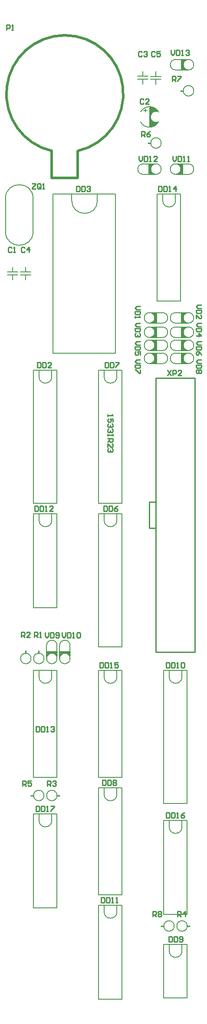
<source format=gto>
G04 Layer_Color=65535*
%FSLAX44Y44*%
%MOMM*%
G71*
G01*
G75*
%ADD19C,0.2000*%
%ADD20C,0.1270*%
%ADD21C,0.5000*%
%ADD22C,0.4000*%
%ADD23C,0.2540*%
G36*
X295047Y1765298D02*
X295354Y1762967D01*
X296363Y1760530D01*
X297969Y1758438D01*
X300062Y1756832D01*
X302498Y1755822D01*
X305114Y1755478D01*
X307729Y1755822D01*
X310166Y1756832D01*
X311101Y1757549D01*
X311178Y1757517D01*
X309381Y1754154D01*
X306882Y1751110D01*
X303838Y1748612D01*
X300365Y1746755D01*
X296597Y1745612D01*
X292677Y1745226D01*
X292129Y1745280D01*
X292130Y1745330D01*
X292100Y1765300D01*
X295047Y1765298D01*
D02*
G37*
G36*
X296917Y1784998D02*
X300699Y1783851D01*
X304184Y1781988D01*
X307239Y1779481D01*
X309746Y1776426D01*
X311404Y1773324D01*
X311351Y1773302D01*
X310451Y1773993D01*
X307968Y1775021D01*
X305304Y1775372D01*
X302639Y1775021D01*
X300156Y1773993D01*
X298025Y1772357D01*
X296389Y1770225D01*
X295360Y1767742D01*
X295039Y1765301D01*
X292100Y1765300D01*
X292130Y1785270D01*
X292129Y1785301D01*
X292985Y1785385D01*
X296917Y1784998D01*
D02*
G37*
D19*
X378460Y1295400D02*
G03*
X378460Y1295400I-10160J0D01*
G01*
X342900Y1305560D02*
G03*
X342900Y1285240I0J-10160D01*
G01*
X378460Y1320800D02*
G03*
X378460Y1320800I-10160J0D01*
G01*
X342900Y1330960D02*
G03*
X342900Y1310640I0J-10160D01*
G01*
X378460Y1346200D02*
G03*
X378460Y1346200I-10160J0D01*
G01*
X342900Y1356360D02*
G03*
X342900Y1336040I0J-10160D01*
G01*
X302260Y1320800D02*
G03*
X302260Y1320800I-10160J0D01*
G01*
X317500Y1310640D02*
G03*
X317500Y1330960I0J10160D01*
G01*
X302260Y1295400D02*
G03*
X302260Y1295400I-10160J0D01*
G01*
X317500Y1285240D02*
G03*
X317500Y1305560I0J10160D01*
G01*
X302260Y1346200D02*
G03*
X302260Y1346200I-10160J0D01*
G01*
X317500Y1336040D02*
G03*
X317500Y1356360I0J10160D01*
G01*
X378460Y1374140D02*
G03*
X378460Y1374140I-10160J0D01*
G01*
X342900Y1384300D02*
G03*
X342900Y1363980I0J-10160D01*
G01*
X302260Y1374140D02*
G03*
X302260Y1374140I-10160J0D01*
G01*
X317500Y1363980D02*
G03*
X317500Y1384300I0J10160D01*
G01*
X137160Y711200D02*
G03*
X137160Y711200I-10160J0D01*
G01*
Y736600D02*
G03*
X116840Y736600I-10160J0D01*
G01*
X111760Y711200D02*
G03*
X111760Y711200I-10160J0D01*
G01*
Y736600D02*
G03*
X91440Y736600I-10160J0D01*
G01*
X314960Y1714500D02*
G03*
X314960Y1714500I-10160J0D01*
G01*
X378460Y1866900D02*
G03*
X378460Y1866900I-10160J0D01*
G01*
X342900Y1877060D02*
G03*
X342900Y1856740I0J-10160D01*
G01*
X314960Y1663700D02*
G03*
X314960Y1663700I-10160J0D01*
G01*
X279400Y1673860D02*
G03*
X279400Y1653540I0J-10160D01*
G01*
X353060Y1663700D02*
G03*
X353060Y1663700I-10160J0D01*
G01*
X368300Y1653540D02*
G03*
X368300Y1673860I0J10160D01*
G01*
X317900Y1602540D02*
G03*
X342900Y1602540I12500J0D01*
G01*
X11100Y1542400D02*
G03*
X65100Y1542400I27000J0D01*
G01*
Y1606400D02*
G03*
X11100Y1606400I-27000J0D01*
G01*
X140500Y1602540D02*
G03*
X190500Y1602540I25000J0D01*
G01*
X203600Y1259640D02*
G03*
X228600Y1259640I12500J0D01*
G01*
X76600D02*
G03*
X101600Y1259640I12500J0D01*
G01*
X76600Y980240D02*
G03*
X101600Y980240I12500J0D01*
G01*
X203600D02*
G03*
X228600Y980240I12500J0D01*
G01*
X330600Y675440D02*
G03*
X355600Y675440I12500J0D01*
G01*
X203600D02*
G03*
X228600Y675440I12500J0D01*
G01*
X76600D02*
G03*
X101600Y675440I12500J0D01*
G01*
X378460Y1816100D02*
G03*
X378460Y1816100I-10160J0D01*
G01*
X86360Y444500D02*
G03*
X86360Y444500I-10160J0D01*
G01*
X111760D02*
G03*
X111760Y444500I-10160J0D01*
G01*
X86360Y711200D02*
G03*
X86360Y711200I-10160J0D01*
G01*
X60960D02*
G03*
X60960Y711200I-10160J0D01*
G01*
X365760Y190500D02*
G03*
X365760Y190500I-10160J0D01*
G01*
X340360D02*
G03*
X340360Y190500I-10160J0D01*
G01*
X330600Y142040D02*
G03*
X355600Y142040I12500J0D01*
G01*
X203600Y218240D02*
G03*
X228600Y218240I12500J0D01*
G01*
X330600Y383340D02*
G03*
X355600Y383340I12500J0D01*
G01*
X203600Y446840D02*
G03*
X228600Y446840I12500J0D01*
G01*
X76600Y396040D02*
G03*
X101600Y396040I12500J0D01*
G01*
X342900Y1305560D02*
X368300D01*
X342900Y1285240D02*
X368300D01*
X342900Y1330960D02*
X368300D01*
X342900Y1310640D02*
X368300D01*
X342900Y1356360D02*
X368300D01*
X342900Y1336040D02*
X368300D01*
X292100Y1310640D02*
X317500D01*
X292100Y1330960D02*
X317500D01*
X292100Y1285240D02*
X317500D01*
X292100Y1305560D02*
X317500D01*
X292100Y1336040D02*
X317500D01*
X292100Y1356360D02*
X317500D01*
X342900Y1384300D02*
X368300D01*
X342900Y1363980D02*
X368300D01*
X292100D02*
X317500D01*
X292100Y1384300D02*
X317500D01*
X137160Y711200D02*
Y736600D01*
X116840Y711200D02*
Y736600D01*
X111760Y711200D02*
Y736600D01*
X91440Y711200D02*
Y736600D01*
X342900Y1877060D02*
X368300D01*
X342900Y1856740D02*
X368300D01*
X279400Y1673860D02*
X304800D01*
X279400Y1653540D02*
X304800D01*
X342900D02*
X368300D01*
X342900Y1673860D02*
X368300D01*
X342900Y1602540D02*
Y1615040D01*
X307340Y1407160D02*
Y1615440D01*
X317900Y1602540D02*
Y1615040D01*
X307340Y1407160D02*
X353060D01*
Y1615440D01*
X307340D02*
X353060D01*
X65100Y1542400D02*
Y1606400D01*
X11100Y1542400D02*
Y1606400D01*
X140500Y1602540D02*
Y1615040D01*
X190500Y1602540D02*
Y1615040D01*
X104140Y1305560D02*
Y1615440D01*
X226060Y1305560D02*
Y1615440D01*
X104140Y1305560D02*
X226060D01*
X104140Y1615440D02*
X226060D01*
X193040Y1013460D02*
Y1272540D01*
Y1013460D02*
X238760D01*
X228600Y1259640D02*
Y1272140D01*
X238760Y1013460D02*
Y1272540D01*
X203600Y1259640D02*
Y1272140D01*
X193040Y1272540D02*
X238760D01*
X66040Y1013460D02*
Y1272540D01*
Y1013460D02*
X111760D01*
X101600Y1259640D02*
Y1272140D01*
X111760Y1013460D02*
Y1272540D01*
X76600Y1259640D02*
Y1272140D01*
X66040Y1272540D02*
X111760D01*
X66040Y993140D02*
X111760D01*
X66040Y810260D02*
Y993140D01*
Y810260D02*
X111760D01*
X76600Y980240D02*
Y992740D01*
X111760Y810260D02*
Y993140D01*
X101600Y980240D02*
Y992740D01*
X193040Y734060D02*
Y993140D01*
Y734060D02*
X238760D01*
X228600Y980240D02*
Y992740D01*
X238760Y734060D02*
Y993140D01*
X203600Y980240D02*
Y992740D01*
X193040Y993140D02*
X238760D01*
X320040Y429260D02*
Y688340D01*
Y429260D02*
X365760D01*
X355600Y675440D02*
Y687940D01*
X365760Y429260D02*
Y688340D01*
X330600Y675440D02*
Y687940D01*
X320040Y688340D02*
X365760D01*
X228600Y675440D02*
Y687940D01*
X193040Y480060D02*
Y688340D01*
X203600Y675440D02*
Y687940D01*
X193040Y480060D02*
X238760D01*
Y688340D01*
X193040D02*
X238760D01*
X66040D02*
X111760D01*
Y480060D02*
Y688340D01*
X66040Y480060D02*
X111760D01*
X76600Y675440D02*
Y687940D01*
X66040Y480060D02*
Y688340D01*
X101600Y675440D02*
Y687940D01*
X304800Y1844040D02*
Y1853800D01*
X294640Y1844040D02*
X314960D01*
X304800Y1828800D02*
Y1838560D01*
X294640D02*
X314960D01*
X279400Y1829200D02*
Y1838960D01*
X269240D02*
X289560D01*
X279400Y1844440D02*
Y1854200D01*
X269240Y1844440D02*
X289560D01*
X25400Y1448200D02*
Y1457960D01*
X15240D02*
X35560D01*
X25400Y1463440D02*
Y1473200D01*
X15240Y1463440D02*
X35560D01*
X40640D02*
X60960D01*
X50800D02*
Y1473200D01*
X40640Y1457960D02*
X60960D01*
X50800Y1448200D02*
Y1457960D01*
X320040Y154940D02*
X365760D01*
X320040Y50800D02*
Y154940D01*
Y50800D02*
X365760D01*
X330600Y142040D02*
Y154540D01*
X365760Y50800D02*
Y154940D01*
X355600Y142040D02*
Y154540D01*
X193040Y231140D02*
X238760D01*
X193040Y48260D02*
Y231140D01*
Y48260D02*
X238760D01*
X203600Y218240D02*
Y230740D01*
X238760Y48260D02*
Y231140D01*
X228600Y218240D02*
Y230740D01*
X320040Y396240D02*
X365760D01*
X320040Y213360D02*
Y396240D01*
Y213360D02*
X365760D01*
X330600Y383340D02*
Y395840D01*
X365760Y213360D02*
Y396240D01*
X355600Y383340D02*
Y395840D01*
X193040Y459740D02*
X238760D01*
Y251460D02*
Y459740D01*
X193040Y251460D02*
X238760D01*
X203600Y446840D02*
Y459340D01*
X193040Y251460D02*
Y459740D01*
X228600Y446840D02*
Y459340D01*
X66040Y408940D02*
X111760D01*
X66040Y226060D02*
Y408940D01*
Y226060D02*
X111760D01*
X76600Y396040D02*
Y408540D01*
X111760Y226060D02*
Y408940D01*
X101600Y396040D02*
Y408540D01*
D20*
X309761Y1775141D02*
G03*
X275001Y1775250I-17411J-9841D01*
G01*
X274571Y1755671D02*
G03*
X309782Y1755954I17529J9629D01*
G01*
X280924Y1778074D02*
X287274D01*
X284226Y1775026D02*
Y1781376D01*
D21*
X152378Y1699101D02*
G03*
X101622Y1699101I-25378J111139D01*
G01*
X101600Y1646240D02*
X152400D01*
Y1699006D01*
X101600Y1646240D02*
Y1699006D01*
D22*
X355600Y1286510D02*
Y1291590D01*
Y1299210D02*
Y1304290D01*
Y1299210D02*
X360680Y1304290D01*
X355600Y1291590D02*
X360680Y1286510D01*
X355600Y1291590D02*
Y1299210D01*
Y1311910D02*
Y1316990D01*
Y1324610D02*
Y1329690D01*
Y1324610D02*
X360680Y1329690D01*
X355600Y1316990D02*
X360680Y1311910D01*
X355600Y1316990D02*
Y1324610D01*
Y1337310D02*
Y1342390D01*
Y1350010D02*
Y1355090D01*
Y1350010D02*
X360680Y1355090D01*
X355600Y1342390D02*
X360680Y1337310D01*
X355600Y1342390D02*
Y1350010D01*
X304800Y1324610D02*
Y1329690D01*
Y1311910D02*
Y1316990D01*
X299720Y1311910D02*
X304800Y1316990D01*
X299720Y1329690D02*
X304800Y1324610D01*
Y1316990D02*
Y1324610D01*
Y1299210D02*
Y1304290D01*
Y1286510D02*
Y1291590D01*
X299720Y1286510D02*
X304800Y1291590D01*
X299720Y1304290D02*
X304800Y1299210D01*
Y1291590D02*
Y1299210D01*
Y1350010D02*
Y1355090D01*
Y1337310D02*
Y1342390D01*
X299720Y1337310D02*
X304800Y1342390D01*
X299720Y1355090D02*
X304800Y1350010D01*
Y1342390D02*
Y1350010D01*
X355600Y1365250D02*
Y1370330D01*
Y1377950D02*
Y1383030D01*
Y1377950D02*
X360680Y1383030D01*
X355600Y1370330D02*
X360680Y1365250D01*
X355600Y1370330D02*
Y1377950D01*
X304800D02*
Y1383030D01*
Y1365250D02*
Y1370330D01*
X299720Y1365250D02*
X304800Y1370330D01*
X299720Y1383030D02*
X304800Y1377950D01*
Y1370330D02*
Y1377950D01*
X118110Y723900D02*
X123190D01*
X130810D02*
X135890D01*
X130810D02*
X135890Y718820D01*
X118110D02*
X123190Y723900D01*
X130810D01*
X92710D02*
X97790D01*
X105410D02*
X110490D01*
X105410D02*
X110490Y718820D01*
X92710D02*
X97790Y723900D01*
X105410D01*
X355600Y1858010D02*
Y1863090D01*
Y1870710D02*
Y1875790D01*
Y1870710D02*
X360680Y1875790D01*
X355600Y1863090D02*
X360680Y1858010D01*
X355600Y1863090D02*
Y1870710D01*
X292100Y1654810D02*
Y1659890D01*
Y1667510D02*
Y1672590D01*
Y1667510D02*
X297180Y1672590D01*
X292100Y1659890D02*
X297180Y1654810D01*
X292100Y1659890D02*
Y1667510D01*
X355600D02*
Y1672590D01*
Y1654810D02*
Y1659890D01*
X350520Y1654810D02*
X355600Y1659890D01*
X350520Y1672590D02*
X355600Y1667510D01*
Y1659890D02*
Y1667510D01*
D23*
X381000Y723900D02*
Y1257300D01*
X304800D02*
X381000D01*
X292100Y1016000D02*
X304800D01*
X292100Y965200D02*
X304800D01*
Y723900D02*
X381000D01*
X304800D02*
Y1257300D01*
X292100Y965200D02*
Y1016000D01*
X289560Y1714500D02*
X294640D01*
X353060Y1816100D02*
X358140D01*
X60960Y444500D02*
X66040D01*
X111760D02*
X116840D01*
X76200Y721360D02*
Y726440D01*
X50800Y721360D02*
Y726440D01*
X365760Y190500D02*
X370840D01*
X314960D02*
X320040D01*
X393537Y1292860D02*
X386872D01*
X383540Y1289528D01*
X386872Y1286196D01*
X393537D01*
Y1282863D02*
X383540D01*
Y1277865D01*
X385206Y1276199D01*
X391871D01*
X393537Y1277865D01*
Y1282863D01*
X391871Y1272866D02*
X393537Y1271200D01*
Y1267868D01*
X391871Y1266202D01*
X390205D01*
X388538Y1267868D01*
X386872Y1266202D01*
X385206D01*
X383540Y1267868D01*
Y1271200D01*
X385206Y1272866D01*
X386872D01*
X388538Y1271200D01*
X390205Y1272866D01*
X391871D01*
X388538Y1271200D02*
Y1267868D01*
X393537Y1328420D02*
X386872D01*
X383540Y1325088D01*
X386872Y1321756D01*
X393537D01*
Y1318423D02*
X383540D01*
Y1313425D01*
X385206Y1311759D01*
X391871D01*
X393537Y1313425D01*
Y1318423D01*
Y1301762D02*
X391871Y1305094D01*
X388538Y1308426D01*
X385206D01*
X383540Y1306760D01*
Y1303428D01*
X385206Y1301762D01*
X386872D01*
X388538Y1303428D01*
Y1308426D01*
X393537Y1363980D02*
X386872D01*
X383540Y1360648D01*
X386872Y1357316D01*
X393537D01*
Y1353983D02*
X383540D01*
Y1348985D01*
X385206Y1347319D01*
X391871D01*
X393537Y1348985D01*
Y1353983D01*
X383540Y1338988D02*
X393537D01*
X388538Y1343986D01*
Y1337322D01*
X274157Y1328420D02*
X267492D01*
X264160Y1325088D01*
X267492Y1321756D01*
X274157D01*
Y1318423D02*
X264160D01*
Y1313425D01*
X265826Y1311759D01*
X272491D01*
X274157Y1313425D01*
Y1318423D01*
Y1301762D02*
Y1308426D01*
X269158D01*
X270825Y1305094D01*
Y1303428D01*
X269158Y1301762D01*
X265826D01*
X264160Y1303428D01*
Y1306760D01*
X265826Y1308426D01*
X274157Y1292860D02*
X267492D01*
X264160Y1289528D01*
X267492Y1286196D01*
X274157D01*
Y1282863D02*
X264160D01*
Y1277865D01*
X265826Y1276199D01*
X272491D01*
X274157Y1277865D01*
Y1282863D01*
Y1272866D02*
Y1266202D01*
X272491D01*
X265826Y1272866D01*
X264160D01*
X274157Y1363980D02*
X267492D01*
X264160Y1360648D01*
X267492Y1357316D01*
X274157D01*
Y1353983D02*
X264160D01*
Y1348985D01*
X265826Y1347319D01*
X272491D01*
X274157Y1348985D01*
Y1353983D01*
X272491Y1343986D02*
X274157Y1342320D01*
Y1338988D01*
X272491Y1337322D01*
X270825D01*
X269158Y1338988D01*
Y1340654D01*
Y1338988D01*
X267492Y1337322D01*
X265826D01*
X264160Y1338988D01*
Y1342320D01*
X265826Y1343986D01*
X393537Y1399540D02*
X386872D01*
X383540Y1396208D01*
X386872Y1392876D01*
X393537D01*
Y1389543D02*
X383540D01*
Y1384545D01*
X385206Y1382879D01*
X391871D01*
X393537Y1384545D01*
Y1389543D01*
X383540Y1372882D02*
Y1379546D01*
X390205Y1372882D01*
X391871D01*
X393537Y1374548D01*
Y1377880D01*
X391871Y1379546D01*
X274157Y1397000D02*
X267492D01*
X264160Y1393668D01*
X267492Y1390336D01*
X274157D01*
Y1387003D02*
X264160D01*
Y1382005D01*
X265826Y1380339D01*
X272491D01*
X274157Y1382005D01*
Y1387003D01*
X264160Y1377006D02*
Y1373674D01*
Y1375340D01*
X274157D01*
X272491Y1377006D01*
X327660Y1272377D02*
X334324Y1262380D01*
Y1272377D02*
X327660Y1262380D01*
X337657D02*
Y1272377D01*
X342655D01*
X344321Y1270711D01*
Y1267378D01*
X342655Y1265712D01*
X337657D01*
X354318Y1262380D02*
X347654D01*
X354318Y1269044D01*
Y1270711D01*
X352652Y1272377D01*
X349320D01*
X347654Y1270711D01*
X121920Y761837D02*
Y755172D01*
X125252Y751840D01*
X128584Y755172D01*
Y761837D01*
X131917D02*
Y751840D01*
X136915D01*
X138581Y753506D01*
Y760171D01*
X136915Y761837D01*
X131917D01*
X141914Y751840D02*
X145246D01*
X143580D01*
Y761837D01*
X141914Y760171D01*
X150244D02*
X151910Y761837D01*
X155243D01*
X156909Y760171D01*
Y753506D01*
X155243Y751840D01*
X151910D01*
X150244Y753506D01*
Y760171D01*
X88900Y761837D02*
Y755172D01*
X92232Y751840D01*
X95564Y755172D01*
Y761837D01*
X98897D02*
Y751840D01*
X103895D01*
X105561Y753506D01*
Y760171D01*
X103895Y761837D01*
X98897D01*
X108894Y753506D02*
X110560Y751840D01*
X113892D01*
X115558Y753506D01*
Y760171D01*
X113892Y761837D01*
X110560D01*
X108894Y760171D01*
Y758504D01*
X110560Y756838D01*
X115558D01*
X280984Y1799031D02*
X279318Y1800697D01*
X275986D01*
X274320Y1799031D01*
Y1792366D01*
X275986Y1790700D01*
X279318D01*
X280984Y1792366D01*
X290981Y1790700D02*
X284317D01*
X290981Y1797365D01*
Y1799031D01*
X289315Y1800697D01*
X285983D01*
X284317Y1799031D01*
X276860Y1727200D02*
Y1737197D01*
X281858D01*
X283524Y1735531D01*
Y1732198D01*
X281858Y1730532D01*
X276860D01*
X280192D02*
X283524Y1727200D01*
X293521Y1737197D02*
X290189Y1735531D01*
X286857Y1732198D01*
Y1728866D01*
X288523Y1727200D01*
X291855D01*
X293521Y1728866D01*
Y1730532D01*
X291855Y1732198D01*
X286857D01*
X271780Y1688937D02*
Y1682272D01*
X275112Y1678940D01*
X278444Y1682272D01*
Y1688937D01*
X281777D02*
Y1678940D01*
X286775D01*
X288441Y1680606D01*
Y1687271D01*
X286775Y1688937D01*
X281777D01*
X291774Y1678940D02*
X295106D01*
X293440D01*
Y1688937D01*
X291774Y1687271D01*
X306769Y1678940D02*
X300104D01*
X306769Y1685605D01*
Y1687271D01*
X305103Y1688937D01*
X301770D01*
X300104Y1687271D01*
X337820Y1688937D02*
Y1682272D01*
X341152Y1678940D01*
X344484Y1682272D01*
Y1688937D01*
X347817D02*
Y1678940D01*
X352815D01*
X354481Y1680606D01*
Y1687271D01*
X352815Y1688937D01*
X347817D01*
X357814Y1678940D02*
X361146D01*
X359480D01*
Y1688937D01*
X357814Y1687271D01*
X366144Y1678940D02*
X369477D01*
X367810D01*
Y1688937D01*
X366144Y1687271D01*
X309880Y1630517D02*
Y1620520D01*
X314878D01*
X316544Y1622186D01*
Y1628851D01*
X314878Y1630517D01*
X309880D01*
X319877D02*
Y1620520D01*
X324875D01*
X326541Y1622186D01*
Y1628851D01*
X324875Y1630517D01*
X319877D01*
X329874Y1620520D02*
X333206D01*
X331540D01*
Y1630517D01*
X329874Y1628851D01*
X343203Y1620520D02*
Y1630517D01*
X338204Y1625518D01*
X344869D01*
X63500Y1635597D02*
X70164D01*
Y1633931D01*
X63500Y1627266D01*
Y1625600D01*
X70164D01*
X80161Y1627266D02*
Y1633931D01*
X78495Y1635597D01*
X75163D01*
X73497Y1633931D01*
Y1627266D01*
X75163Y1625600D01*
X78495D01*
X76829Y1628932D02*
X80161Y1625600D01*
X78495D02*
X80161Y1627266D01*
X83494Y1625600D02*
X86826D01*
X85160D01*
Y1635597D01*
X83494Y1633931D01*
X149860Y1630517D02*
Y1620520D01*
X154858D01*
X156524Y1622186D01*
Y1628851D01*
X154858Y1630517D01*
X149860D01*
X159857D02*
Y1620520D01*
X164855D01*
X166521Y1622186D01*
Y1628851D01*
X164855Y1630517D01*
X159857D01*
X169854Y1628851D02*
X171520Y1630517D01*
X174852D01*
X176518Y1628851D01*
Y1627184D01*
X174852Y1625518D01*
X173186D01*
X174852D01*
X176518Y1623852D01*
Y1622186D01*
X174852Y1620520D01*
X171520D01*
X169854Y1622186D01*
X210820Y1186180D02*
Y1182848D01*
Y1184514D01*
X220817D01*
X219151Y1186180D01*
X220817Y1171185D02*
Y1177849D01*
X215818D01*
X217484Y1174517D01*
Y1172851D01*
X215818Y1171185D01*
X212486D01*
X210820Y1172851D01*
Y1176183D01*
X212486Y1177849D01*
X219151Y1167853D02*
X220817Y1166186D01*
Y1162854D01*
X219151Y1161188D01*
X217484D01*
X215818Y1162854D01*
Y1164520D01*
Y1162854D01*
X214152Y1161188D01*
X212486D01*
X210820Y1162854D01*
Y1166186D01*
X212486Y1167853D01*
X219151Y1157856D02*
X220817Y1156190D01*
Y1152857D01*
X219151Y1151191D01*
X217484D01*
X215818Y1152857D01*
Y1154523D01*
Y1152857D01*
X214152Y1151191D01*
X212486D01*
X210820Y1152857D01*
Y1156190D01*
X212486Y1157856D01*
X220817Y1147859D02*
Y1144527D01*
Y1146193D01*
X210820D01*
Y1147859D01*
Y1144527D01*
Y1139528D02*
X220817D01*
Y1134530D01*
X219151Y1132864D01*
X215818D01*
X214152Y1134530D01*
Y1139528D01*
Y1136196D02*
X210820Y1132864D01*
Y1122867D02*
Y1129532D01*
X217484Y1122867D01*
X219151D01*
X220817Y1124533D01*
Y1127866D01*
X219151Y1129532D01*
Y1119535D02*
X220817Y1117869D01*
Y1114536D01*
X219151Y1112870D01*
X217484D01*
X215818Y1114536D01*
Y1116203D01*
Y1114536D01*
X214152Y1112870D01*
X212486D01*
X210820Y1114536D01*
Y1117869D01*
X212486Y1119535D01*
X205740Y1287617D02*
Y1277620D01*
X210738D01*
X212404Y1279286D01*
Y1285951D01*
X210738Y1287617D01*
X205740D01*
X215737D02*
Y1277620D01*
X220735D01*
X222401Y1279286D01*
Y1285951D01*
X220735Y1287617D01*
X215737D01*
X225734D02*
X232398D01*
Y1285951D01*
X225734Y1279286D01*
Y1277620D01*
X73660Y1287617D02*
Y1277620D01*
X78658D01*
X80324Y1279286D01*
Y1285951D01*
X78658Y1287617D01*
X73660D01*
X83657D02*
Y1277620D01*
X88655D01*
X90321Y1279286D01*
Y1285951D01*
X88655Y1287617D01*
X83657D01*
X100318Y1277620D02*
X93654D01*
X100318Y1284285D01*
Y1285951D01*
X98652Y1287617D01*
X95320D01*
X93654Y1285951D01*
X68580Y1008217D02*
Y998220D01*
X73578D01*
X75244Y999886D01*
Y1006551D01*
X73578Y1008217D01*
X68580D01*
X78577D02*
Y998220D01*
X83575D01*
X85241Y999886D01*
Y1006551D01*
X83575Y1008217D01*
X78577D01*
X88574Y998220D02*
X91906D01*
X90240D01*
Y1008217D01*
X88574Y1006551D01*
X103569Y998220D02*
X96904D01*
X103569Y1004884D01*
Y1006551D01*
X101903Y1008217D01*
X98570D01*
X96904Y1006551D01*
X203200Y1008217D02*
Y998220D01*
X208198D01*
X209865Y999886D01*
Y1006551D01*
X208198Y1008217D01*
X203200D01*
X213197D02*
Y998220D01*
X218195D01*
X219861Y999886D01*
Y1006551D01*
X218195Y1008217D01*
X213197D01*
X229858D02*
X226526Y1006551D01*
X223194Y1003218D01*
Y999886D01*
X224860Y998220D01*
X228192D01*
X229858Y999886D01*
Y1001552D01*
X228192Y1003218D01*
X223194D01*
X325120Y703417D02*
Y693420D01*
X330118D01*
X331785Y695086D01*
Y701751D01*
X330118Y703417D01*
X325120D01*
X335117D02*
Y693420D01*
X340115D01*
X341781Y695086D01*
Y701751D01*
X340115Y703417D01*
X335117D01*
X345114Y693420D02*
X348446D01*
X346780D01*
Y703417D01*
X345114Y701751D01*
X353444D02*
X355110Y703417D01*
X358443D01*
X360109Y701751D01*
Y695086D01*
X358443Y693420D01*
X355110D01*
X353444Y695086D01*
Y701751D01*
X195580Y703417D02*
Y693420D01*
X200578D01*
X202244Y695086D01*
Y701751D01*
X200578Y703417D01*
X195580D01*
X205577D02*
Y693420D01*
X210575D01*
X212241Y695086D01*
Y701751D01*
X210575Y703417D01*
X205577D01*
X215574Y693420D02*
X218906D01*
X217240D01*
Y703417D01*
X215574Y701751D01*
X230569Y703417D02*
X223904D01*
Y698418D01*
X227236Y700085D01*
X228903D01*
X230569Y698418D01*
Y695086D01*
X228903Y693420D01*
X225570D01*
X223904Y695086D01*
X48829Y1510487D02*
X47163Y1512153D01*
X43831D01*
X42165Y1510487D01*
Y1503823D01*
X43831Y1502157D01*
X47163D01*
X48829Y1503823D01*
X57160Y1502157D02*
Y1512153D01*
X52161Y1507155D01*
X58826D01*
X200660Y474817D02*
Y464820D01*
X205658D01*
X207325Y466486D01*
Y473151D01*
X205658Y474817D01*
X200660D01*
X210657D02*
Y464820D01*
X215655D01*
X217321Y466486D01*
Y473151D01*
X215655Y474817D01*
X210657D01*
X220654Y473151D02*
X222320Y474817D01*
X225652D01*
X227318Y473151D01*
Y471484D01*
X225652Y469818D01*
X227318Y468152D01*
Y466486D01*
X225652Y464820D01*
X222320D01*
X220654Y466486D01*
Y468152D01*
X222320Y469818D01*
X220654Y471484D01*
Y473151D01*
X222320Y469818D02*
X225652D01*
X198120Y246217D02*
Y236220D01*
X203118D01*
X204785Y237886D01*
Y244551D01*
X203118Y246217D01*
X198120D01*
X208117D02*
Y236220D01*
X213115D01*
X214781Y237886D01*
Y244551D01*
X213115Y246217D01*
X208117D01*
X218114Y236220D02*
X221446D01*
X219780D01*
Y246217D01*
X218114Y244551D01*
X226444Y236220D02*
X229776D01*
X228110D01*
Y246217D01*
X226444Y244551D01*
X71120Y578957D02*
Y568960D01*
X76118D01*
X77785Y570626D01*
Y577291D01*
X76118Y578957D01*
X71120D01*
X81117D02*
Y568960D01*
X86115D01*
X87781Y570626D01*
Y577291D01*
X86115Y578957D01*
X81117D01*
X91114Y568960D02*
X94446D01*
X92780D01*
Y578957D01*
X91114Y577291D01*
X99444D02*
X101110Y578957D01*
X104443D01*
X106109Y577291D01*
Y575625D01*
X104443Y573958D01*
X102776D01*
X104443D01*
X106109Y572292D01*
Y570626D01*
X104443Y568960D01*
X101110D01*
X99444Y570626D01*
X330200Y170017D02*
Y160020D01*
X335198D01*
X336865Y161686D01*
Y168351D01*
X335198Y170017D01*
X330200D01*
X340197D02*
Y160020D01*
X345195D01*
X346861Y161686D01*
Y168351D01*
X345195Y170017D01*
X340197D01*
X350194Y161686D02*
X351860Y160020D01*
X355192D01*
X356858Y161686D01*
Y168351D01*
X355192Y170017D01*
X351860D01*
X350194Y168351D01*
Y166684D01*
X351860Y165018D01*
X356858D01*
X325120Y411317D02*
Y401320D01*
X330118D01*
X331785Y402986D01*
Y409651D01*
X330118Y411317D01*
X325120D01*
X335117D02*
Y401320D01*
X340115D01*
X341781Y402986D01*
Y409651D01*
X340115Y411317D01*
X335117D01*
X345114Y401320D02*
X348446D01*
X346780D01*
Y411317D01*
X345114Y409651D01*
X360109Y411317D02*
X356777Y409651D01*
X353444Y406318D01*
Y402986D01*
X355110Y401320D01*
X358443D01*
X360109Y402986D01*
Y404652D01*
X358443Y406318D01*
X353444D01*
X71120Y424017D02*
Y414020D01*
X76118D01*
X77785Y415686D01*
Y422351D01*
X76118Y424017D01*
X71120D01*
X81117D02*
Y414020D01*
X86115D01*
X87781Y415686D01*
Y422351D01*
X86115Y424017D01*
X81117D01*
X91114Y414020D02*
X94446D01*
X92780D01*
Y424017D01*
X91114Y422351D01*
X99444Y424017D02*
X106109D01*
Y422351D01*
X99444Y415686D01*
Y414020D01*
X23429Y1510487D02*
X21763Y1512153D01*
X18431D01*
X16765Y1510487D01*
Y1503823D01*
X18431Y1502157D01*
X21763D01*
X23429Y1503823D01*
X26761Y1502157D02*
X30094D01*
X28428D01*
Y1512153D01*
X26761Y1510487D01*
X12955Y1934465D02*
Y1944461D01*
X17953D01*
X19619Y1942795D01*
Y1939463D01*
X17953Y1937797D01*
X12955D01*
X22951Y1934465D02*
X26284D01*
X24618D01*
Y1944461D01*
X22951Y1942795D01*
X277429Y1891487D02*
X275763Y1893153D01*
X272431D01*
X270765Y1891487D01*
Y1884823D01*
X272431Y1883156D01*
X275763D01*
X277429Y1884823D01*
X280761Y1891487D02*
X282428Y1893153D01*
X285760D01*
X287426Y1891487D01*
Y1889821D01*
X285760Y1888155D01*
X284094D01*
X285760D01*
X287426Y1886489D01*
Y1884823D01*
X285760Y1883156D01*
X282428D01*
X280761Y1884823D01*
X302829Y1891487D02*
X301163Y1893153D01*
X297831D01*
X296165Y1891487D01*
Y1884823D01*
X297831Y1883156D01*
X301163D01*
X302829Y1884823D01*
X312826Y1893153D02*
X306161D01*
Y1888155D01*
X309494Y1889821D01*
X311160D01*
X312826Y1888155D01*
Y1884823D01*
X311160Y1883156D01*
X307828D01*
X306161Y1884823D01*
X346965Y209296D02*
Y219293D01*
X351963D01*
X353629Y217627D01*
Y214295D01*
X351963Y212629D01*
X346965D01*
X350297D02*
X353629Y209296D01*
X361960D02*
Y219293D01*
X356961Y214295D01*
X363626D01*
X42165Y752857D02*
Y762853D01*
X47163D01*
X48829Y761187D01*
Y757855D01*
X47163Y756189D01*
X42165D01*
X45497D02*
X48829Y752857D01*
X58826D02*
X52161D01*
X58826Y759521D01*
Y761187D01*
X57160Y762853D01*
X53828D01*
X52161Y761187D01*
X67565Y752857D02*
Y762853D01*
X72563D01*
X74229Y761187D01*
Y757855D01*
X72563Y756189D01*
X67565D01*
X70897D02*
X74229Y752857D01*
X77561D02*
X80894D01*
X79228D01*
Y762853D01*
X77561Y761187D01*
X92965Y463297D02*
Y473293D01*
X97963D01*
X99629Y471627D01*
Y468295D01*
X97963Y466629D01*
X92965D01*
X96297D02*
X99629Y463297D01*
X102961Y471627D02*
X104628Y473293D01*
X107960D01*
X109626Y471627D01*
Y469961D01*
X107960Y468295D01*
X106294D01*
X107960D01*
X109626Y466629D01*
Y464963D01*
X107960Y463297D01*
X104628D01*
X102961Y464963D01*
X44705Y463297D02*
Y473293D01*
X49703D01*
X51369Y471627D01*
Y468295D01*
X49703Y466629D01*
X44705D01*
X48037D02*
X51369Y463297D01*
X61366Y473293D02*
X54701D01*
Y468295D01*
X58034Y469961D01*
X59700D01*
X61366Y468295D01*
Y464963D01*
X59700Y463297D01*
X56368D01*
X54701Y464963D01*
X336805Y1834897D02*
Y1844893D01*
X341803D01*
X343469Y1843227D01*
Y1839895D01*
X341803Y1838229D01*
X336805D01*
X340137D02*
X343469Y1834897D01*
X346801Y1844893D02*
X353466D01*
Y1843227D01*
X346801Y1836563D01*
Y1834897D01*
X334265Y1895693D02*
Y1889029D01*
X337597Y1885697D01*
X340929Y1889029D01*
Y1895693D01*
X344261D02*
Y1885697D01*
X349260D01*
X350926Y1887363D01*
Y1894027D01*
X349260Y1895693D01*
X344261D01*
X354258Y1885697D02*
X357590D01*
X355924D01*
Y1895693D01*
X354258Y1894027D01*
X362589D02*
X364255Y1895693D01*
X367587D01*
X369253Y1894027D01*
Y1892361D01*
X367587Y1890695D01*
X365921D01*
X367587D01*
X369253Y1889029D01*
Y1887363D01*
X367587Y1885697D01*
X364255D01*
X362589Y1887363D01*
X298705Y209296D02*
Y219293D01*
X303703D01*
X305369Y217627D01*
Y214295D01*
X303703Y212629D01*
X298705D01*
X302037D02*
X305369Y209296D01*
X308701Y217627D02*
X310368Y219293D01*
X313700D01*
X315366Y217627D01*
Y215961D01*
X313700Y214295D01*
X315366Y212629D01*
Y210963D01*
X313700Y209296D01*
X310368D01*
X308701Y210963D01*
Y212629D01*
X310368Y214295D01*
X308701Y215961D01*
Y217627D01*
X310368Y214295D02*
X313700D01*
M02*

</source>
